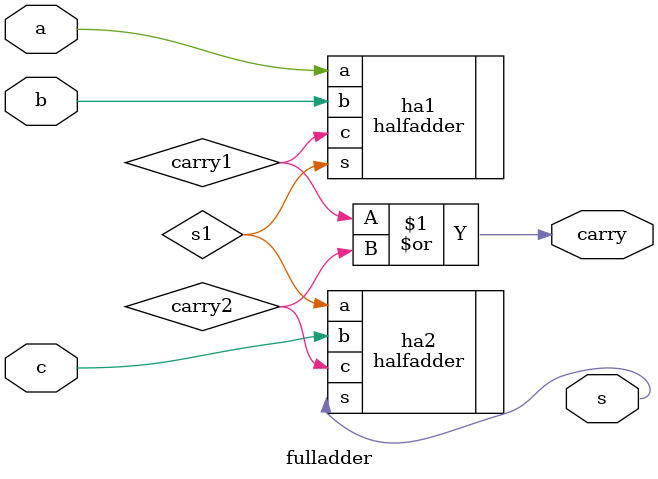
<source format=sv>
`timescale 1ns / 1ps


module fulladder(
    input a,
    input b,
    input c, 
    output s,
    output carry
    );
    
    
logic carry1, carry2, s1;


halfadder ha1(.a(a), .b(b), .s(s1), .c(carry1));
halfadder ha2(.a(s1), .b(c),.s(s), .c(carry2));
or(carry, carry1, carry2);

endmodule

</source>
